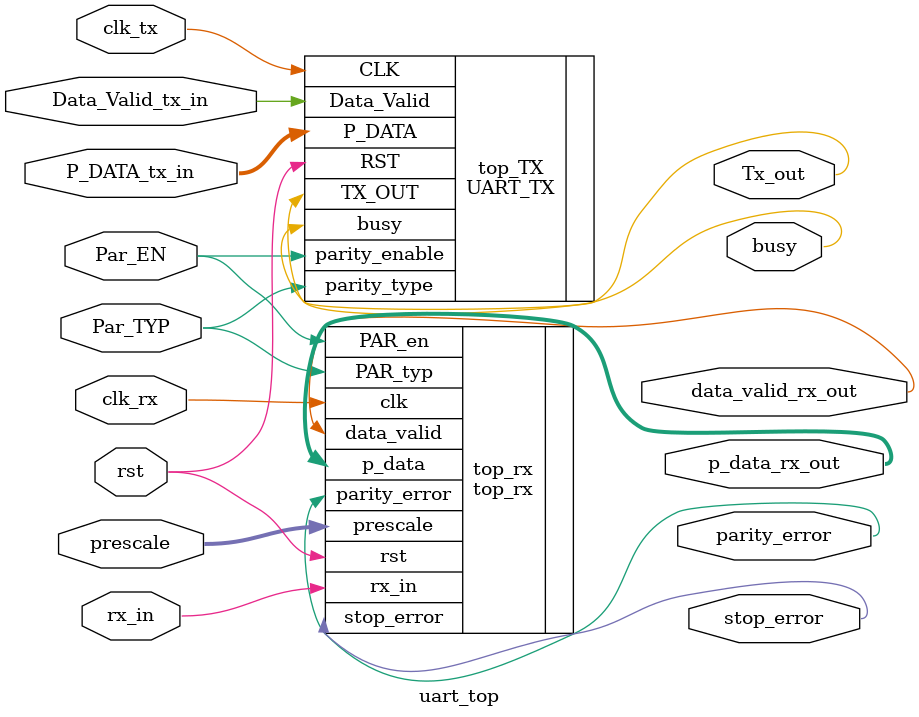
<source format=v>
module uart_top (
//tx
input wire [7:0] P_DATA_tx_in,
input wire 		 Data_Valid_tx_in,
input wire 		 clk_tx ,
output wire 	 Tx_out , busy	,

//rx
input	wire			rx_in  , clk_rx  ,
input   wire	[5:0]	prescale ,

output	wire	[7:0]	p_data_rx_out	,
output  wire			parity_error , stop_error , data_valid_rx_out ,

//commen
input wire 		 Par_EN , Par_TYP , rst
);

UART_TX #(.DATA_WIDTH(8)) top_TX (
.CLK			(clk_tx) ,
.RST			(rst) ,
.P_DATA			(P_DATA_tx_in) ,
.Data_Valid		(Data_Valid_tx_in) ,
.parity_enable	(Par_EN),
.parity_type	(Par_TYP) ,
.TX_OUT			(Tx_out) ,
.busy			(busy)

);
/*
top_TX top_TX (
.P_DATA		(P_DATA_tx_in),
.Data_Valid	(Data_Valid_tx_in),
.Par_EN		(Par_EN),
.Par_TYP	(Par_TYP),
.clk		(clk_tx),
.rst		(rst),
.Tx_out		(Tx_out),
.busy		(busy)
);
*/
top_rx top_rx (
.rx_in			(rx_in),
.PAR_en			(Par_EN) , 
.PAR_typ		(Par_TYP) , 
.clk			(clk_rx) , 
.rst			(rst) ,
.prescale		(prescale) ,
.p_data			(p_data_rx_out) ,
.parity_error 	(parity_error), 
.stop_error 	(stop_error), 
.data_valid		(data_valid_rx_out) 

);



endmodule
</source>
